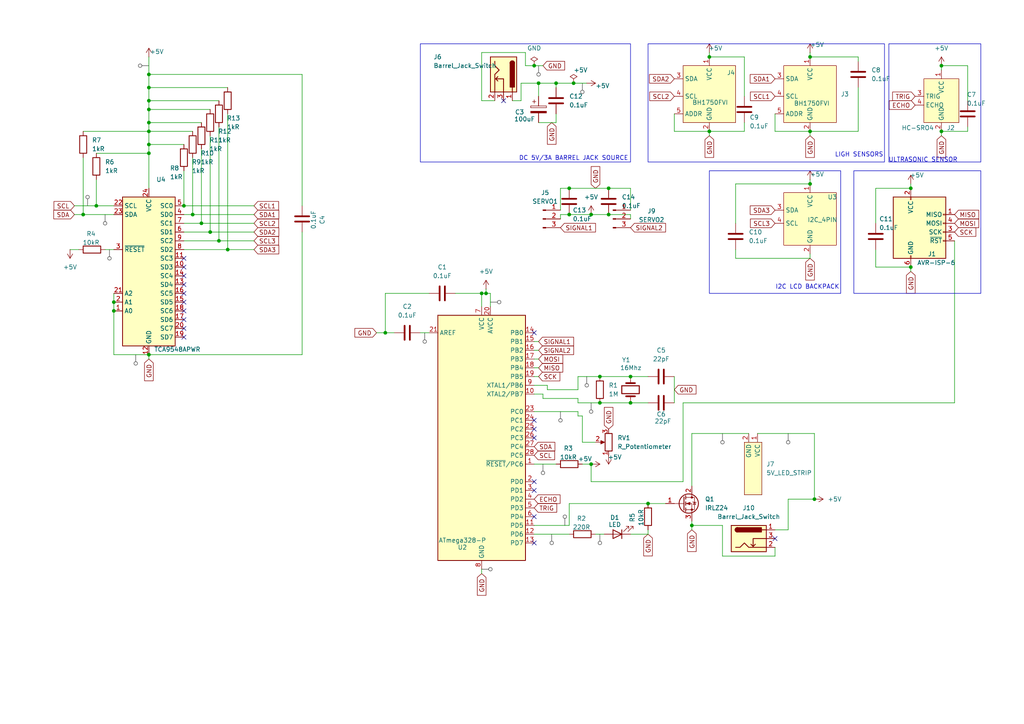
<source format=kicad_sch>
(kicad_sch (version 20250114) (generator "eeschema") (generator_version "9.0")
  (paper "A4")
  (lib_symbols
    (symbol "BH1750fvi:BH1750FVI"
      (property "Reference" "BH1750FVI" (at 5.842 -8.89 0))
      (symbol "BH1750FVI_1_1"
        (rectangle (start -7.62 8.89) (end 7.62 -7.62) (fill (type color) (color 255 255 194 1)))
        (pin bidirectional line (at -10.16 5.08 0) (length 2.54) (name "SDA") (number "3"))
        (pin bidirectional line (at -10.16 0 0) (length 2.54) (name "SCL") (number "4"))
        (pin input line (at -10.16 -5.08 0) (length 2.54) (name "ADDR") (number "5"))
        (pin power_in line (at 0 11.43 270) (length 2.54) (name "VCC") (number "1"))
        (pin power_in line (at 0 -10.16 90) (length 2.54) (name "GND") (number "2"))
      )
    )
    (symbol "Connector:AVR-ISP-6" (pin_names (offset 1.016))
      (property "Reference" "J" (at -6.35 11.43 0))
      (property "Value" "AVR-ISP-6" (at 0 11.43 0))
      (symbol "AVR-ISP-6_0_1"
        (rectangle (start -2.667 10.16) (end -2.413 9.398))
        (rectangle (start -2.667 -6.858) (end -2.413 -7.62))
        (rectangle (start 7.62 10.16) (end -7.62 -7.62) (stroke (width 0.254)) (fill (type background)))
        (rectangle (start 7.62 5.207) (end 6.858 4.953))
        (rectangle (start 7.62 2.667) (end 6.858 2.413))
        (rectangle (start 7.62 0.127) (end 6.858 -0.127))
        (rectangle (start 7.62 -2.413) (end 6.858 -2.667))
      )
      (symbol "AVR-ISP-6_1_1"
        (pin passive line (at -2.54 12.7 270) (length 2.54) (name "VCC") (number "2"))
        (pin passive line (at -2.54 -10.16 90) (length 2.54) (name "GND") (number "6"))
        (pin passive line (at 10.16 5.08 180) (length 2.54) (name "MISO") (number "1"))
        (pin passive line (at 10.16 2.54 180) (length 2.54) (name "MOSI") (number "4"))
        (pin passive line (at 10.16 0 180) (length 2.54) (name "SCK") (number "3"))
        (pin passive line (at 10.16 -2.54 180) (length 2.54) (name "~{RST}") (number "5"))
      )
    )
    (symbol "Connector:Barrel_Jack_Switch" (pin_names (hide yes))
      (property "Reference" "J" (at 0 5.334 0))
      (property "Value" "Barrel_Jack_Switch" (at 0 -5.08 0))
      (symbol "Barrel_Jack_Switch_0_1"
        (rectangle (start -5.08 3.81) (end 5.08 -3.81) (stroke (width 0.254)) (fill (type background)))
        (polyline (pts (xy -3.81 -2.54) (xy -2.54 -2.54) (xy -1.27 -1.27) (xy 0 -2.54) (xy 2.54 -2.54) (xy 5.08 -2.54)) (stroke (width 0.254)))
        (arc (start -3.302 1.905) (mid -3.9343 2.54) (end -3.302 3.175) (stroke (width 0.254)))
        (arc (start -3.302 1.905) (mid -3.9343 2.54) (end -3.302 3.175) (stroke (width 0.254)) (fill (type outline)))
        (polyline (pts (xy 1.27 -2.286) (xy 1.905 -1.651)) (stroke (width 0.254)))
        (rectangle (start 3.683 3.175) (end -3.302 1.905) (stroke (width 0.254)) (fill (type outline)))
        (polyline (pts (xy 5.08 2.54) (xy 3.81 2.54)) (stroke (width 0.254)))
        (polyline (pts (xy 5.08 0) (xy 1.27 0) (xy 1.27 -2.286) (xy 0.635 -1.651)) (stroke (width 0.254)))
      )
      (symbol "Barrel_Jack_Switch_1_1"
        (pin passive line (at 7.62 2.54 180) (length 2.54) (name "~") (number "1"))
        (pin passive line (at 7.62 0 180) (length 2.54) (name "~") (number "3"))
        (pin passive line (at 7.62 -2.54 180) (length 2.54) (name "~") (number "2"))
      )
    )
    (symbol "Connector:Conn_01x03_Pin" (pin_names (offset 1.016) (hide yes))
      (property "Reference" "J" (at 0 5.08 0))
      (property "Value" "Conn_01x03_Pin" (at 0 -5.08 0))
      (symbol "Conn_01x03_Pin_1_1"
        (rectangle (start 0.8636 2.667) (end 0 2.413) (stroke (width 0.1524)) (fill (type outline)))
        (rectangle (start 0.8636 0.127) (end 0 -0.127) (stroke (width 0.1524)) (fill (type outline)))
        (rectangle (start 0.8636 -2.413) (end 0 -2.667) (stroke (width 0.1524)) (fill (type outline)))
        (polyline (pts (xy 1.27 2.54) (xy 0.8636 2.54)) (stroke (width 0.1524)))
        (polyline (pts (xy 1.27 0) (xy 0.8636 0)) (stroke (width 0.1524)))
        (polyline (pts (xy 1.27 -2.54) (xy 0.8636 -2.54)) (stroke (width 0.1524)))
        (pin passive line (at 5.08 2.54 180) (length 3.81) (name "Pin_1") (number "1"))
        (pin passive line (at 5.08 0 180) (length 3.81) (name "Pin_2") (number "2"))
        (pin passive line (at 5.08 -2.54 180) (length 3.81) (name "Pin_3") (number "3"))
      )
    )
    (symbol "Device:C" (pin_numbers (hide yes)) (pin_names (offset 0.254))
      (property "Reference" "C" (at 0.635 2.54 0))
      (property "Value" "C" (at 0.635 -2.54 0))
      (symbol "C_0_1"
        (polyline (pts (xy -2.032 0.762) (xy 2.032 0.762)) (stroke (width 0.508)))
        (polyline (pts (xy -2.032 -0.762) (xy 2.032 -0.762)) (stroke (width 0.508)))
      )
      (symbol "C_1_1"
        (pin passive line (at 0 3.81 270) (length 2.794) (name "~") (number "1"))
        (pin passive line (at 0 -3.81 90) (length 2.794) (name "~") (number "2"))
      )
    )
    (symbol "Device:C_Polarized" (pin_numbers (hide yes)) (pin_names (offset 0.254))
      (property "Reference" "C" (at 0.635 2.54 0))
      (property "Value" "C_Polarized" (at 0.635 -2.54 0))
      (symbol "C_Polarized_0_1"
        (rectangle (start -2.286 0.508) (end 2.286 1.016))
        (polyline (pts (xy -1.778 2.286) (xy -0.762 2.286)))
        (polyline (pts (xy -1.27 2.794) (xy -1.27 1.778)))
        (rectangle (start 2.286 -0.508) (end -2.286 -1.016) (fill (type outline)))
      )
      (symbol "C_Polarized_1_1"
        (pin passive line (at 0 3.81 270) (length 2.794) (name "~") (number "1"))
        (pin passive line (at 0 -3.81 90) (length 2.794) (name "~") (number "2"))
      )
    )
    (symbol "Device:Crystal" (pin_numbers (hide yes)) (pin_names (offset 1.016) (hide yes))
      (property "Reference" "Y" (at 0 3.81 0))
      (property "Value" "Crystal" (at 0 -3.81 0))
      (symbol "Crystal_0_1"
        (polyline (pts (xy -2.54 0) (xy -1.905 0)))
        (polyline (pts (xy -1.905 -1.27) (xy -1.905 1.27)) (stroke (width 0.508)))
        (rectangle (start -1.143 2.54) (end 1.143 -2.54) (stroke (width 0.3048)))
        (polyline (pts (xy 1.905 -1.27) (xy 1.905 1.27)) (stroke (width 0.508)))
        (polyline (pts (xy 2.54 0) (xy 1.905 0)))
      )
      (symbol "Crystal_1_1"
        (pin passive line (at -3.81 0 0) (length 1.27) (name "1") (number "1"))
        (pin passive line (at 3.81 0 180) (length 1.27) (name "2") (number "2"))
      )
    )
    (symbol "Device:LED" (pin_numbers (hide yes)) (pin_names (offset 1.016) (hide yes))
      (property "Reference" "D" (at 0 2.54 0))
      (property "Value" "LED" (at 0 -2.54 0))
      (symbol "LED_0_1"
        (polyline (pts (xy -3.048 -0.762) (xy -4.572 -2.286) (xy -3.81 -2.286) (xy -4.572 -2.286) (xy -4.572 -1.524)))
        (polyline (pts (xy -1.778 -0.762) (xy -3.302 -2.286) (xy -2.54 -2.286) (xy -3.302 -2.286) (xy -3.302 -1.524)))
        (polyline (pts (xy -1.27 0) (xy 1.27 0)))
        (polyline (pts (xy -1.27 -1.27) (xy -1.27 1.27)) (stroke (width 0.254)))
        (polyline (pts (xy 1.27 -1.27) (xy 1.27 1.27) (xy -1.27 0) (xy 1.27 -1.27)) (stroke (width 0.254)))
      )
      (symbol "LED_1_1"
        (pin passive line (at -3.81 0 0) (length 2.54) (name "K") (number "1"))
        (pin passive line (at 3.81 0 180) (length 2.54) (name "A") (number "2"))
      )
    )
    (symbol "Device:R" (pin_numbers (hide yes)) (pin_names (offset 0))
      (property "Reference" "R" (at 2.032 0 90))
      (property "Value" "R" (at 0 0 90))
      (symbol "R_0_1"
        (rectangle (start -1.016 -2.54) (end 1.016 2.54) (stroke (width 0.254)))
      )
      (symbol "R_1_1"
        (pin passive line (at 0 3.81 270) (length 1.27) (name "~") (number "1"))
        (pin passive line (at 0 -3.81 90) (length 1.27) (name "~") (number "2"))
      )
    )
    (symbol "Device:R_Potentiometer" (pin_names (offset 1.016) (hide yes))
      (property "Reference" "RV" (at -4.445 0 90))
      (property "Value" "R_Potentiometer" (at -2.54 0 90))
      (symbol "R_Potentiometer_0_1"
        (rectangle (start 1.016 2.54) (end -1.016 -2.54) (stroke (width 0.254)))
        (polyline (pts (xy 1.143 0) (xy 2.286 0.508) (xy 2.286 -0.508) (xy 1.143 0)) (fill (type outline)))
        (polyline (pts (xy 2.54 0) (xy 1.524 0)))
      )
      (symbol "R_Potentiometer_1_1"
        (pin passive line (at 0 3.81 270) (length 1.27) (name "1") (number "1"))
        (pin passive line (at 0 -3.81 90) (length 1.27) (name "3") (number "3"))
        (pin passive line (at 3.81 0 180) (length 1.27) (name "2") (number "2"))
      )
    )
    (symbol "Interface_Expansion:TCA9548APWR"
      (property "Reference" "U" (at -7.62 21.59 0))
      (property "Value" "TCA9548APWR" (at 1.016 21.59 0))
      (symbol "TCA9548APWR_0_1"
        (rectangle (start -7.62 20.32) (end 7.62 -22.86) (stroke (width 0.254)) (fill (type background)))
      )
      (symbol "TCA9548APWR_1_1"
        (pin input line (at -10.16 17.78 0) (length 2.54) (name "SCL") (number "22"))
        (pin bidirectional line (at -10.16 15.24 0) (length 2.54) (name "SDA") (number "23"))
        (pin input line (at -10.16 5.08 0) (length 2.54) (name "~{RESET}") (number "3"))
        (pin input line (at -10.16 -7.62 0) (length 2.54) (name "A2") (number "21"))
        (pin input line (at -10.16 -10.16 0) (length 2.54) (name "A1") (number "2"))
        (pin input line (at -10.16 -12.7 0) (length 2.54) (name "A0") (number "1"))
        (pin power_in line (at 0 22.86 270) (length 2.54) (name "VCC") (number "24"))
        (pin power_in line (at 0 -25.4 90) (length 2.54) (name "GND") (number "12"))
        (pin output line (at 10.16 17.78 180) (length 2.54) (name "SC0") (number "5"))
        (pin bidirectional line (at 10.16 15.24 180) (length 2.54) (name "SD0") (number "4"))
        (pin output line (at 10.16 12.7 180) (length 2.54) (name "SC1") (number "7"))
        (pin bidirectional line (at 10.16 10.16 180) (length 2.54) (name "SD1") (number "6"))
        (pin output line (at 10.16 7.62 180) (length 2.54) (name "SC2") (number "9"))
        (pin bidirectional line (at 10.16 5.08 180) (length 2.54) (name "SD2") (number "8"))
        (pin output line (at 10.16 2.54 180) (length 2.54) (name "SC3") (number "11"))
        (pin bidirectional line (at 10.16 0 180) (length 2.54) (name "SD3") (number "10"))
        (pin output line (at 10.16 -2.54 180) (length 2.54) (name "SC4") (number "14"))
        (pin bidirectional line (at 10.16 -5.08 180) (length 2.54) (name "SD4") (number "13"))
        (pin output line (at 10.16 -7.62 180) (length 2.54) (name "SC5") (number "16"))
        (pin bidirectional line (at 10.16 -10.16 180) (length 2.54) (name "SD5") (number "15"))
        (pin output line (at 10.16 -12.7 180) (length 2.54) (name "SC6") (number "18"))
        (pin bidirectional line (at 10.16 -15.24 180) (length 2.54) (name "SD6") (number "17"))
        (pin output line (at 10.16 -17.78 180) (length 2.54) (name "SC7") (number "20"))
        (pin bidirectional line (at 10.16 -20.32 180) (length 2.54) (name "SD7") (number "19"))
      )
    )
    (symbol "LED_5V_STRIP:5V_STRIP"
      (property "Reference" "J" (at 0 0 0))
      (property "Value" "5V_LED_STRIP" (at 2.286 -3.556 0))
      (symbol "5V_STRIP_1_1"
        (rectangle (start -7.62 2.54) (end 7.62 -2.54) (fill (type color) (color 255 255 194 1)))
        (pin input line (at -10.16 1.27 0) (length 2.54) (name "VCC") (number "1"))
        (pin input line (at -10.16 -1.27 0) (length 2.54) (name "GND") (number "2"))
      )
    )
    (symbol "MCU_Microchip_ATmega:ATmega328-P"
      (property "Reference" "U" (at -12.7 36.83 0))
      (property "Value" "ATmega328-P" (at 2.54 -36.83 0))
      (symbol "ATmega328-P_0_1"
        (rectangle (start -12.7 -35.56) (end 12.7 35.56) (stroke (width 0.254)) (fill (type background)))
      )
      (symbol "ATmega328-P_1_1"
        (pin passive line (at -15.24 30.48 0) (length 2.54) (name "AREF") (number "21"))
        (pin power_in line (at 0 38.1 270) (length 2.54) (name "VCC") (number "7"))
        (pin passive line (at 0 -38.1 90) (length 2.54) (hide yes) (name "GND") (number "22"))
        (pin power_in line (at 0 -38.1 90) (length 2.54) (name "GND") (number "8"))
        (pin power_in line (at 2.54 38.1 270) (length 2.54) (name "AVCC") (number "20"))
        (pin bidirectional line (at 15.24 30.48 180) (length 2.54) (name "PB0") (number "14"))
        (pin bidirectional line (at 15.24 27.94 180) (length 2.54) (name "PB1") (number "15"))
        (pin bidirectional line (at 15.24 25.4 180) (length 2.54) (name "PB2") (number "16"))
        (pin bidirectional line (at 15.24 22.86 180) (length 2.54) (name "PB3") (number "17"))
        (pin bidirectional line (at 15.24 20.32 180) (length 2.54) (name "PB4") (number "18"))
        (pin bidirectional line (at 15.24 17.78 180) (length 2.54) (name "PB5") (number "19"))
        (pin bidirectional line (at 15.24 15.24 180) (length 2.54) (name "XTAL1/PB6") (number "9"))
        (pin bidirectional line (at 15.24 12.7 180) (length 2.54) (name "XTAL2/PB7") (number "10"))
        (pin bidirectional line (at 15.24 7.62 180) (length 2.54) (name "PC0") (number "23"))
        (pin bidirectional line (at 15.24 5.08 180) (length 2.54) (name "PC1") (number "24"))
        (pin bidirectional line (at 15.24 2.54 180) (length 2.54) (name "PC2") (number "25"))
        (pin bidirectional line (at 15.24 0 180) (length 2.54) (name "PC3") (number "26"))
        (pin bidirectional line (at 15.24 -2.54 180) (length 2.54) (name "PC4") (number "27"))
        (pin bidirectional line (at 15.24 -5.08 180) (length 2.54) (name "PC5") (number "28"))
        (pin bidirectional line (at 15.24 -7.62 180) (length 2.54) (name "~{RESET}/PC6") (number "1"))
        (pin bidirectional line (at 15.24 -12.7 180) (length 2.54) (name "PD0") (number "2"))
        (pin bidirectional line (at 15.24 -15.24 180) (length 2.54) (name "PD1") (number "3"))
        (pin bidirectional line (at 15.24 -17.78 180) (length 2.54) (name "PD2") (number "4"))
        (pin bidirectional line (at 15.24 -20.32 180) (length 2.54) (name "PD3") (number "5"))
        (pin bidirectional line (at 15.24 -22.86 180) (length 2.54) (name "PD4") (number "6"))
        (pin bidirectional line (at 15.24 -25.4 180) (length 2.54) (name "PD5") (number "11"))
        (pin bidirectional line (at 15.24 -27.94 180) (length 2.54) (name "PD6") (number "12"))
        (pin bidirectional line (at 15.24 -30.48 180) (length 2.54) (name "PD7") (number "13"))
      )
    )
    (symbol "Sonic:HC-SR04"
      (property "Reference" "HC-SRO4" (at 10.16 -7.874 0))
      (symbol "HC-SR04_1_1"
        (rectangle (start -5.08 6.35) (end 5.08 -6.35) (fill (type color) (color 255 255 194 1)))
        (pin input line (at -7.62 1.27 0) (length 2.54) (name "TRIG") (number "3"))
        (pin output line (at -7.62 -1.27 0) (length 2.54) (name "ECHO") (number "4"))
        (pin power_in line (at 0 8.89 270) (length 2.54) (name "VCC") (number "1"))
        (pin power_in line (at 0 -8.89 90) (length 2.54) (name "GND") (number "2"))
      )
    )
    (symbol "Transistor_FET:IRLZ24" (pin_names (hide yes))
      (property "Reference" "Q" (at 5.08 1.905 0))
      (property "Value" "IRLZ24" (at 5.08 0 0))
      (symbol "IRLZ24_0_1"
        (polyline (pts (xy 0.254 1.905) (xy 0.254 -1.905)) (stroke (width 0.254)))
        (polyline (pts (xy 0.254 0) (xy -2.54 0)))
        (polyline (pts (xy 0.762 2.286) (xy 0.762 1.27)) (stroke (width 0.254)))
        (polyline (pts (xy 0.762 0.508) (xy 0.762 -0.508)) (stroke (width 0.254)))
        (polyline (pts (xy 0.762 -1.27) (xy 0.762 -2.286)) (stroke (width 0.254)))
        (polyline (pts (xy 0.762 -1.778) (xy 3.302 -1.778) (xy 3.302 1.778) (xy 0.762 1.778)))
        (polyline (pts (xy 1.016 0) (xy 2.032 0.381) (xy 2.032 -0.381) (xy 1.016 0)) (fill (type outline)))
        (circle (center 1.651 0) (radius 2.794) (stroke (width 0.254)))
        (polyline (pts (xy 2.54 2.54) (xy 2.54 1.778)))
        (circle (center 2.54 1.778) (radius 0.254) (fill (type outline)))
        (circle (center 2.54 -1.778) (radius 0.254) (fill (type outline)))
        (polyline (pts (xy 2.54 -2.54) (xy 2.54 0) (xy 0.762 0)))
        (polyline (pts (xy 2.794 0.508) (xy 2.921 0.381) (xy 3.683 0.381) (xy 3.81 0.254)))
        (polyline (pts (xy 3.302 0.381) (xy 2.921 -0.254) (xy 3.683 -0.254) (xy 3.302 0.381)))
      )
      (symbol "IRLZ24_1_1"
        (pin input line (at -5.08 0 0) (length 2.54) (name "G") (number "1"))
        (pin passive line (at 2.54 5.08 270) (length 2.54) (name "D") (number "2"))
        (pin passive line (at 2.54 -5.08 90) (length 2.54) (name "S") (number "3"))
      )
    )
    (symbol "lcd1602A:I2C_PCF8574_4PIN"
      (property "Reference" "U" (at 0 0 0))
      (property "Value" "I2C_4PIN" (at 0 0 0))
      (symbol "I2C_PCF8574_4PIN_1_1"
        (rectangle (start -7.62 7.62) (end 7.62 -7.62) (fill (type color) (color 255 255 194 1)))
        (pin passive line (at -10.16 2.54 0) (length 2.54) (name "SDA") (number "3"))
        (pin passive line (at -10.16 -1.27 0) (length 2.54) (name "SCL") (number "4"))
        (pin power_in line (at 0 10.16 270) (length 2.54) (name "VCC") (number "1"))
        (pin power_in line (at 0 -10.16 90) (length 2.54) (name "GND") (number "2"))
      )
    )
    (symbol "power:+5V" (power) (pin_numbers (hide yes)) (pin_names (offset 0) (hide yes))
      (property "Value" "+5V" (at 0 3.556 0))
      (symbol "+5V_0_1"
        (polyline (pts (xy -0.762 1.27) (xy 0 2.54)))
        (polyline (pts (xy 0 2.54) (xy 0.762 1.27)))
        (polyline (pts (xy 0 0) (xy 0 2.54)))
      )
      (symbol "+5V_1_1"
        (pin power_in line (at 0 0 90) (length 0) (name "~") (number "1"))
      )
    )
    (symbol "power:PWR_FLAG" (power) (pin_numbers (hide yes)) (pin_names (offset 0) (hide yes))
      (property "Value" "PWR_FLAG" (at 0 3.81 0))
      (symbol "PWR_FLAG_0_0"
        (pin power_out line (at 0 0 90) (length 0) (name "~") (number "1"))
      )
      (symbol "PWR_FLAG_0_1"
        (polyline (pts (xy 0 0) (xy 0 1.27) (xy -1.016 1.905) (xy 0 2.54) (xy 1.016 1.905) (xy 0 1.27)))
      )
    )
  )
  (rectangle (start 247.65 49.53) (end 284.48 85.09))
  (rectangle (start 121.92 12.7) (end 182.88 46.99))
  (rectangle (start 257.81 12.7) (end 284.48 46.99))
  (rectangle (start 205.74 49.53) (end 243.84 85.09))
  (rectangle (start 187.96 12.7) (end 256.54 46.99))
  (text "LIGH SENSORS\n" (at 249.174 44.958 0) (effects (font (size 1.27 1.27))))
  (text "ULTRASONIC SENSOR\n\n" (at 267.716 47.498 0) (effects (font (size 1.27 1.27))))
  (text "I2C LCD BACKPACK\n" (at 234.188 83.312 0) (effects (font (size 1.27 1.27))))
  (text "DC 5V/3A BARREL JACK SOURCE\n" (at 166.37 45.974 0) (effects (font (size 1.27 1.27))))
  (junction (at 236.22 144.78))
  (junction (at 161.29 24.13))
  (junction (at 187.96 146.05))
  (junction (at 200.66 152.4))
  (junction (at 234.95 53.34))
  (junction (at 166.37 24.13))
  (junction (at 33.02 87.63))
  (junction (at 205.74 38.1))
  (junction (at 27.94 59.69))
  (junction (at 182.88 116.84))
  (junction (at 165.1 62.23))
  (junction (at 154.94 19.05))
  (junction (at 43.18 25.4))
  (junction (at 55.88 62.23))
  (junction (at 53.34 59.69))
  (junction (at 43.18 38.1))
  (junction (at 43.18 31.75))
  (junction (at 140.97 85.09))
  (junction (at 43.18 35.56))
  (junction (at 139.7 85.09))
  (junction (at 171.45 134.62))
  (junction (at 60.96 67.31))
  (junction (at 273.05 19.05))
  (junction (at 176.53 62.23))
  (junction (at 111.76 96.52))
  (junction (at 171.45 62.23))
  (junction (at 182.88 109.22))
  (junction (at 43.18 29.21))
  (junction (at 43.18 102.87))
  (junction (at 273.05 38.1))
  (junction (at 234.95 16.51))
  (junction (at 43.18 41.91))
  (junction (at 264.16 77.47))
  (junction (at 63.5 69.85))
  (junction (at 156.21 24.13))
  (junction (at 33.02 90.17))
  (junction (at 264.16 54.61))
  (junction (at 173.99 109.22))
  (junction (at 173.99 116.84))
  (junction (at 176.53 54.61))
  (junction (at 165.1 54.61))
  (junction (at 43.18 21.59))
  (junction (at 24.13 62.23))
  (junction (at 58.42 64.77))
  (junction (at 43.18 44.45))
  (junction (at 205.74 16.51))
  (junction (at 66.04 72.39))
  (junction (at 234.95 38.1))
  (no_connect (at 53.34 92.71))
  (no_connect (at 146.05 29.21))
  (no_connect (at 53.34 74.93))
  (no_connect (at 154.94 127))
  (no_connect (at 224.79 156.21))
  (no_connect (at 53.34 87.63))
  (no_connect (at 53.34 90.17))
  (no_connect (at 53.34 80.01))
  (no_connect (at 154.94 121.92))
  (no_connect (at 53.34 97.79))
  (no_connect (at 53.34 77.47))
  (no_connect (at 154.94 142.24))
  (no_connect (at 154.94 149.86))
  (no_connect (at 154.94 157.48))
  (no_connect (at 53.34 82.55))
  (no_connect (at 154.94 124.46))
  (no_connect (at 154.94 139.7))
  (no_connect (at 53.34 95.25))
  (no_connect (at 154.94 96.52))
  (no_connect (at 53.34 85.09))
  (wire (pts (xy 234.95 38.1) (xy 248.92 38.1)))
  (wire (pts (xy 171.45 62.23) (xy 165.1 62.23)))
  (wire (pts (xy 43.18 31.75) (xy 43.18 35.56)))
  (wire (pts (xy 200.66 151.13) (xy 200.66 152.4)))
  (wire (pts (xy 73.66 69.85) (xy 63.5 69.85)))
  (wire (pts (xy 132.08 85.09) (xy 139.7 85.09)))
  (wire (pts (xy 156.21 99.06) (xy 154.94 99.06)))
  (wire (pts (xy 139.7 85.09) (xy 140.97 85.09)))
  (wire (pts (xy 182.88 62.23) (xy 176.53 62.23)))
  (wire (pts (xy 236.22 125.73) (xy 236.22 144.78)))
  (wire (pts (xy 156.21 109.22) (xy 154.94 109.22)))
  (wire (pts (xy 142.24 85.09) (xy 142.24 88.9)))
  (wire (pts (xy 234.95 16.51) (xy 248.92 16.51)))
  (wire (pts (xy 205.74 39.37) (xy 205.74 38.1)))
  (wire (pts (xy 198.12 139.7) (xy 198.12 116.84)))
  (wire (pts (xy 87.63 21.59) (xy 87.63 59.69)))
  (wire (pts (xy 157.48 115.57) (xy 167.64 115.57)))
  (wire (pts (xy 121.92 96.52) (xy 124.46 96.52)))
  (wire (pts (xy 139.7 85.09) (xy 139.7 88.9)))
  (wire (pts (xy 24.13 62.23) (xy 33.02 62.23)))
  (wire (pts (xy 152.4 15.24) (xy 152.4 19.05)))
  (wire (pts (xy 165.1 146.05) (xy 187.96 146.05)))
  (wire (pts (xy 182.88 116.84) (xy 187.96 116.84)))
  (wire (pts (xy 200.66 152.4) (xy 209.55 152.4)))
  (wire (pts (xy 43.18 38.1) (xy 43.18 41.91)))
  (wire (pts (xy 254 77.47) (xy 264.16 77.47)))
  (wire (pts (xy 157.48 115.57) (xy 157.48 114.3)))
  (wire (pts (xy 224.79 33.02) (xy 224.79 38.1)))
  (wire (pts (xy 156.21 106.68) (xy 154.94 106.68)))
  (wire (pts (xy 63.5 69.85) (xy 53.34 69.85)))
  (wire (pts (xy 43.18 21.59) (xy 43.18 25.4)))
  (wire (pts (xy 264.16 78.74) (xy 264.16 77.47)))
  (wire (pts (xy 111.76 96.52) (xy 114.3 96.52)))
  (wire (pts (xy 43.18 44.45) (xy 43.18 54.61)))
  (wire (pts (xy 53.34 59.69) (xy 73.66 59.69)))
  (wire (pts (xy 43.18 102.87) (xy 33.02 102.87)))
  (wire (pts (xy 167.64 116.84) (xy 173.99 116.84)))
  (wire (pts (xy 213.36 53.34) (xy 234.95 53.34)))
  (wire (pts (xy 21.59 62.23) (xy 24.13 62.23)))
  (wire (pts (xy 205.74 38.1) (xy 215.9 38.1)))
  (wire (pts (xy 53.34 64.77) (xy 58.42 64.77)))
  (wire (pts (xy 172.72 154.94) (xy 175.26 154.94)))
  (wire (pts (xy 60.96 39.37) (xy 60.96 67.31)))
  (wire (pts (xy 248.92 25.4) (xy 248.92 38.1)))
  (wire (pts (xy 24.13 45.72) (xy 24.13 62.23)))
  (wire (pts (xy 165.1 62.23) (xy 162.56 62.23)))
  (wire (pts (xy 30.48 72.39) (xy 33.02 72.39)))
  (wire (pts (xy 58.42 35.56) (xy 43.18 35.56)))
  (wire (pts (xy 157.48 19.05) (xy 154.94 19.05)))
  (wire (pts (xy 205.74 15.24) (xy 205.74 16.51)))
  (wire (pts (xy 33.02 85.09) (xy 33.02 87.63)))
  (wire (pts (xy 156.21 104.14) (xy 154.94 104.14)))
  (wire (pts (xy 43.18 29.21) (xy 63.5 29.21)))
  (wire (pts (xy 215.9 27.94) (xy 215.9 16.51)))
  (wire (pts (xy 53.34 72.39) (xy 66.04 72.39)))
  (wire (pts (xy 58.42 43.18) (xy 58.42 64.77)))
  (wire (pts (xy 171.45 134.62) (xy 171.45 139.7)))
  (wire (pts (xy 27.94 44.45) (xy 43.18 44.45)))
  (wire (pts (xy 167.64 113.03) (xy 167.64 109.22)))
  (wire (pts (xy 273.05 38.1) (xy 280.67 38.1)))
  (wire (pts (xy 234.95 52.07) (xy 234.95 53.34)))
  (wire (pts (xy 43.18 21.59) (xy 87.63 21.59)))
  (wire (pts (xy 154.94 134.62) (xy 161.29 134.62)))
  (wire (pts (xy 173.99 109.22) (xy 182.88 109.22)))
  (wire (pts (xy 165.1 154.94) (xy 154.94 154.94)))
  (wire (pts (xy 161.29 24.13) (xy 161.29 25.4)))
  (wire (pts (xy 167.64 120.65) (xy 167.64 119.38)))
  (wire (pts (xy 273.05 19.05) (xy 273.05 20.32)))
  (wire (pts (xy 124.46 85.09) (xy 111.76 85.09)))
  (wire (pts (xy 173.99 116.84) (xy 182.88 116.84)))
  (wire (pts (xy 276.86 69.85) (xy 276.86 116.84)))
  (wire (pts (xy 254 72.39) (xy 254 77.47)))
  (wire (pts (xy 167.64 119.38) (xy 154.94 119.38)))
  (wire (pts (xy 217.17 125.73) (xy 200.66 125.73)))
  (wire (pts (xy 168.91 120.65) (xy 168.91 128.27)))
  (wire (pts (xy 87.63 102.87) (xy 87.63 67.31)))
  (wire (pts (xy 158.75 111.76) (xy 154.94 111.76)))
  (wire (pts (xy 33.02 87.63) (xy 33.02 90.17)))
  (wire (pts (xy 200.66 152.4) (xy 200.66 153.67)))
  (wire (pts (xy 162.56 54.61) (xy 162.56 60.96)))
  (wire (pts (xy 195.58 109.22) (xy 195.58 116.84)))
  (wire (pts (xy 43.18 16.51) (xy 43.18 21.59)))
  (wire (pts (xy 165.1 152.4) (xy 165.1 146.05)))
  (wire (pts (xy 43.18 35.56) (xy 43.18 38.1)))
  (wire (pts (xy 224.79 38.1) (xy 234.95 38.1)))
  (wire (pts (xy 182.88 63.5) (xy 182.88 62.23)))
  (wire (pts (xy 154.94 152.4) (xy 165.1 152.4)))
  (wire (pts (xy 213.36 64.77) (xy 213.36 53.34)))
  (wire (pts (xy 53.34 67.31) (xy 60.96 67.31)))
  (wire (pts (xy 156.21 24.13) (xy 161.29 24.13)))
  (wire (pts (xy 43.18 41.91) (xy 53.34 41.91)))
  (wire (pts (xy 43.18 104.14) (xy 43.18 102.87)))
  (wire (pts (xy 187.96 154.94) (xy 182.88 154.94)))
  (wire (pts (xy 234.95 74.93) (xy 234.95 73.66)))
  (wire (pts (xy 280.67 36.83) (xy 280.67 38.1)))
  (wire (pts (xy 43.18 25.4) (xy 43.18 29.21)))
  (wire (pts (xy 53.34 62.23) (xy 55.88 62.23)))
  (wire (pts (xy 156.21 35.56) (xy 161.29 35.56)))
  (wire (pts (xy 43.18 31.75) (xy 60.96 31.75)))
  (wire (pts (xy 140.97 83.82) (xy 140.97 85.09)))
  (wire (pts (xy 264.16 53.34) (xy 264.16 54.61)))
  (wire (pts (xy 280.67 19.05) (xy 280.67 29.21)))
  (wire (pts (xy 20.32 72.39) (xy 22.86 72.39)))
  (wire (pts (xy 139.7 166.37) (xy 139.7 165.1)))
  (wire (pts (xy 176.53 54.61) (xy 182.88 54.61)))
  (wire (pts (xy 236.22 144.78) (xy 228.6 144.78)))
  (wire (pts (xy 139.7 29.21) (xy 139.7 15.24)))
  (wire (pts (xy 200.66 125.73) (xy 200.66 140.97)))
  (wire (pts (xy 264.16 54.61) (xy 254 54.61)))
  (wire (pts (xy 111.76 85.09) (xy 111.76 96.52)))
  (wire (pts (xy 171.45 139.7) (xy 198.12 139.7)))
  (wire (pts (xy 158.75 113.03) (xy 158.75 111.76)))
  (wire (pts (xy 209.55 152.4) (xy 209.55 161.29)))
  (wire (pts (xy 215.9 35.56) (xy 215.9 38.1)))
  (wire (pts (xy 161.29 33.02) (xy 161.29 35.56)))
  (wire (pts (xy 168.91 128.27) (xy 172.72 128.27)))
  (wire (pts (xy 167.64 120.65) (xy 168.91 120.65)))
  (wire (pts (xy 213.36 72.39) (xy 213.36 74.93)))
  (wire (pts (xy 156.21 24.13) (xy 156.21 27.94)))
  (wire (pts (xy 43.18 38.1) (xy 55.88 38.1)))
  (wire (pts (xy 58.42 64.77) (xy 73.66 64.77)))
  (wire (pts (xy 166.37 24.13) (xy 170.18 24.13)))
  (wire (pts (xy 224.79 153.67) (xy 228.6 153.67)))
  (wire (pts (xy 182.88 109.22) (xy 187.96 109.22)))
  (wire (pts (xy 234.95 39.37) (xy 234.95 38.1)))
  (wire (pts (xy 215.9 16.51) (xy 205.74 16.51)))
  (wire (pts (xy 168.91 134.62) (xy 171.45 134.62)))
  (wire (pts (xy 273.05 39.37) (xy 273.05 38.1)))
  (wire (pts (xy 162.56 54.61) (xy 165.1 54.61)))
  (wire (pts (xy 273.05 19.05) (xy 280.67 19.05)))
  (wire (pts (xy 43.18 102.87) (xy 87.63 102.87)))
  (wire (pts (xy 140.97 85.09) (xy 142.24 85.09)))
  (wire (pts (xy 53.34 49.53) (xy 53.34 59.69)))
  (wire (pts (xy 156.21 24.13) (xy 151.13 24.13)))
  (wire (pts (xy 43.18 41.91) (xy 43.18 44.45)))
  (wire (pts (xy 21.59 59.69) (xy 27.94 59.69)))
  (wire (pts (xy 167.64 109.22) (xy 173.99 109.22)))
  (wire (pts (xy 33.02 102.87) (xy 33.02 90.17)))
  (wire (pts (xy 139.7 15.24) (xy 152.4 15.24)))
  (wire (pts (xy 66.04 33.02) (xy 66.04 72.39)))
  (wire (pts (xy 228.6 153.67) (xy 228.6 144.78)))
  (wire (pts (xy 224.79 161.29) (xy 224.79 158.75)))
  (wire (pts (xy 151.13 29.21) (xy 148.59 29.21)))
  (wire (pts (xy 161.29 24.13) (xy 166.37 24.13)))
  (wire (pts (xy 151.13 24.13) (xy 151.13 29.21)))
  (wire (pts (xy 187.96 153.67) (xy 187.96 154.94)))
  (wire (pts (xy 55.88 45.72) (xy 55.88 62.23)))
  (wire (pts (xy 165.1 54.61) (xy 176.53 54.61)))
  (wire (pts (xy 109.22 96.52) (xy 111.76 96.52)))
  (wire (pts (xy 195.58 38.1) (xy 205.74 38.1)))
  (wire (pts (xy 162.56 62.23) (xy 162.56 63.5)))
  (wire (pts (xy 143.51 29.21) (xy 139.7 29.21)))
  (wire (pts (xy 60.96 67.31) (xy 73.66 67.31)))
  (wire (pts (xy 195.58 33.02) (xy 195.58 38.1)))
  (wire (pts (xy 234.95 74.93) (xy 213.36 74.93)))
  (wire (pts (xy 248.92 16.51) (xy 248.92 17.78)))
  (wire (pts (xy 158.75 113.03) (xy 167.64 113.03)))
  (wire (pts (xy 27.94 52.07) (xy 27.94 59.69)))
  (wire (pts (xy 209.55 161.29) (xy 224.79 161.29)))
  (wire (pts (xy 152.4 19.05) (xy 154.94 19.05)))
  (wire (pts (xy 198.12 116.84) (xy 276.86 116.84)))
  (wire (pts (xy 156.21 101.6) (xy 154.94 101.6)))
  (wire (pts (xy 187.96 146.05) (xy 193.04 146.05)))
  (wire (pts (xy 63.5 36.83) (xy 63.5 69.85)))
  (wire (pts (xy 254 54.61) (xy 254 64.77)))
  (wire (pts (xy 66.04 72.39) (xy 73.66 72.39)))
  (wire (pts (xy 55.88 62.23) (xy 73.66 62.23)))
  (wire (pts (xy 167.64 116.84) (xy 167.64 115.57)))
  (wire (pts (xy 24.13 38.1) (xy 43.18 38.1)))
  (wire (pts (xy 219.71 125.73) (xy 236.22 125.73)))
  (wire (pts (xy 43.18 25.4) (xy 66.04 25.4)))
  (wire (pts (xy 43.18 29.21) (xy 43.18 31.75)))
  (wire (pts (xy 157.48 114.3) (xy 154.94 114.3)))
  (wire (pts (xy 27.94 59.69) (xy 33.02 59.69)))
  (wire (pts (xy 176.53 62.23) (xy 171.45 62.23)))
  (wire (pts (xy 182.88 60.96) (xy 182.88 54.61)))
  (wire (pts (xy 234.95 15.24) (xy 234.95 16.51)))
  (global_label "MOSI" (shape input) (at 276.86 64.77 0) (property "Intersheetrefs" "${INTERSHEET_REFS}" (effects (hide yes))))
  (global_label "SCL1" (shape input) (at 224.79 27.94 180) (property "Intersheetrefs" "${INTERSHEET_REFS}" (effects (hide yes))))
  (global_label "GND" (shape input) (at 160.02 35.56 270) (property "Intersheetrefs" "${INTERSHEET_REFS}" (effects (hide yes))))
  (global_label "GND" (shape input) (at 234.95 39.37 270) (property "Intersheetrefs" "${INTERSHEET_REFS}" (effects (hide yes))))
  (global_label "GND" (shape input) (at 172.72 54.61 90) (property "Intersheetrefs" "${INTERSHEET_REFS}" (effects (hide yes))))
  (global_label "GND" (shape input) (at 264.16 78.74 270) (property "Intersheetrefs" "${INTERSHEET_REFS}" (effects (hide yes))))
  (global_label "GND" (shape input) (at 109.22 96.52 180) (property "Intersheetrefs" "${INTERSHEET_REFS}" (effects (hide yes))))
  (global_label "SCL1" (shape input) (at 73.66 59.69 0) (property "Intersheetrefs" "${INTERSHEET_REFS}" (effects (hide yes))))
  (global_label "MOSI" (shape input) (at 156.21 104.14 0) (property "Intersheetrefs" "${INTERSHEET_REFS}" (effects (hide yes))))
  (global_label "SCL3" (shape input) (at 73.66 69.85 0) (property "Intersheetrefs" "${INTERSHEET_REFS}" (effects (hide yes))))
  (global_label "GND" (shape input) (at 157.48 19.05 0) (property "Intersheetrefs" "${INTERSHEET_REFS}" (effects (hide yes))))
  (global_label "SIGNAL2" (shape input) (at 156.21 101.6 0) (property "Intersheetrefs" "${INTERSHEET_REFS}" (effects (hide yes))))
  (global_label "GND" (shape input) (at 176.53 124.46 90) (property "Intersheetrefs" "${INTERSHEET_REFS}" (effects (hide yes))))
  (global_label "SCL3" (shape input) (at 224.79 64.77 180) (property "Intersheetrefs" "${INTERSHEET_REFS}" (effects (hide yes))))
  (global_label "GND" (shape input) (at 187.96 154.94 270) (property "Intersheetrefs" "${INTERSHEET_REFS}" (effects (hide yes))))
  (global_label "GND" (shape input) (at 195.58 113.03 0) (property "Intersheetrefs" "${INTERSHEET_REFS}" (effects (hide yes))))
  (global_label "SCK" (shape input) (at 276.86 67.31 0) (property "Intersheetrefs" "${INTERSHEET_REFS}" (effects (hide yes))))
  (global_label "GND" (shape input) (at 234.95 74.93 270) (property "Intersheetrefs" "${INTERSHEET_REFS}" (effects (hide yes))))
  (global_label "SDA" (shape input) (at 154.94 129.54 0) (property "Intersheetrefs" "${INTERSHEET_REFS}" (effects (hide yes))))
  (global_label "SDA2" (shape input) (at 195.58 22.86 180) (property "Intersheetrefs" "${INTERSHEET_REFS}" (effects (hide yes))))
  (global_label "SDA3" (shape input) (at 224.79 60.96 180) (property "Intersheetrefs" "${INTERSHEET_REFS}" (effects (hide yes))))
  (global_label "SDA" (shape input) (at 21.59 62.23 180) (property "Intersheetrefs" "${INTERSHEET_REFS}" (effects (hide yes))))
  (global_label "ECHO" (shape input) (at 265.43 30.48 180) (property "Intersheetrefs" "${INTERSHEET_REFS}" (effects (hide yes))))
  (global_label "SIGNAL1" (shape input) (at 156.21 99.06 0) (property "Intersheetrefs" "${INTERSHEET_REFS}" (effects (hide yes))))
  (global_label "TRIG" (shape input) (at 154.94 147.32 0) (property "Intersheetrefs" "${INTERSHEET_REFS}" (effects (hide yes))))
  (global_label "SDA3" (shape input) (at 73.66 72.39 0) (property "Intersheetrefs" "${INTERSHEET_REFS}" (effects (hide yes))))
  (global_label "SDA1" (shape input) (at 73.66 62.23 0) (property "Intersheetrefs" "${INTERSHEET_REFS}" (effects (hide yes))))
  (global_label "SDA1" (shape input) (at 224.79 22.86 180) (property "Intersheetrefs" "${INTERSHEET_REFS}" (effects (hide yes))))
  (global_label "GND" (shape input) (at 205.74 39.37 270) (property "Intersheetrefs" "${INTERSHEET_REFS}" (effects (hide yes))))
  (global_label "SCK" (shape input) (at 156.21 109.22 0) (property "Intersheetrefs" "${INTERSHEET_REFS}" (effects (hide yes))))
  (global_label "MISO" (shape input) (at 156.21 106.68 0) (property "Intersheetrefs" "${INTERSHEET_REFS}" (effects (hide yes))))
  (global_label "SCL2" (shape input) (at 73.66 64.77 0) (property "Intersheetrefs" "${INTERSHEET_REFS}" (effects (hide yes))))
  (global_label "TRIG" (shape input) (at 265.43 27.94 180) (property "Intersheetrefs" "${INTERSHEET_REFS}" (effects (hide yes))))
  (global_label "SCL" (shape input) (at 21.59 59.69 180) (property "Intersheetrefs" "${INTERSHEET_REFS}" (effects (hide yes))))
  (global_label "ECHO" (shape input) (at 154.94 144.78 0) (property "Intersheetrefs" "${INTERSHEET_REFS}" (effects (hide yes))))
  (global_label "SIGNAL2" (shape input) (at 182.88 66.04 0) (property "Intersheetrefs" "${INTERSHEET_REFS}" (effects (hide yes))))
  (global_label "SDA2" (shape input) (at 73.66 67.31 0) (property "Intersheetrefs" "${INTERSHEET_REFS}" (effects (hide yes))))
  (global_label "GND" (shape input) (at 139.7 166.37 270) (property "Intersheetrefs" "${INTERSHEET_REFS}" (effects (hide yes))))
  (global_label "GND" (shape input) (at 43.18 104.14 270) (property "Intersheetrefs" "${INTERSHEET_REFS}" (effects (hide yes))))
  (global_label "GND" (shape input) (at 273.05 39.37 270) (property "Intersheetrefs" "${INTERSHEET_REFS}" (effects (hide yes))))
  (global_label "SCL2" (shape input) (at 195.58 27.94 180) (property "Intersheetrefs" "${INTERSHEET_REFS}" (effects (hide yes))))
  (global_label "SIGNAL1" (shape input) (at 162.56 66.04 0) (property "Intersheetrefs" "${INTERSHEET_REFS}" (effects (hide yes))))
  (global_label "MISO" (shape input) (at 276.86 62.23 0) (property "Intersheetrefs" "${INTERSHEET_REFS}" (effects (hide yes))))
  (global_label "GND" (shape input) (at 200.66 153.67 270) (property "Intersheetrefs" "${INTERSHEET_REFS}" (effects (hide yes))))
  (global_label "SCL" (shape input) (at 154.94 132.08 0) (property "Intersheetrefs" "${INTERSHEET_REFS}" (effects (hide yes))))
  (netclass_flag "" (length 2.54) (shape round) (at 157.48 134.62 180) (property "Netclass" "Signal" (effects (hide yes))))
  (netclass_flag "" (length 2.54) (shape round) (at 209.55 125.73 180) (property "Netclass" "Power" (effects (hide yes))))
  (netclass_flag "" (length 2.54) (shape round) (at 171.45 116.84 180) (property "Netclass" "Signal" (effects (hide yes))))
  (netclass_flag "" (length 2.54) (shape round) (at 30.48 62.23 180) (property "Netclass" "Signal" (effects (hide yes))))
  (netclass_flag "" (length 2.54) (shape round) (at 173.99 154.94 180) (property "Netclass" "Signal" (effects (hide yes))))
  (netclass_flag "" (length 2.54) (shape round) (at 142.24 87.63 270) (property "Netclass" "Power" (effects (hide yes))))
  (netclass_flag "" (length 2.54) (shape round) (at 168.91 24.13 180) (property "Netclass" "Power" (effects (hide yes))))
  (netclass_flag "" (length 2.54) (shape round) (at 31.75 72.39 180) (property "Netclass" "Signal" (effects (hide yes))))
  (netclass_flag "" (length 2.54) (shape round) (at 228.6 125.73 180) (property "Netclass" "Power" (effects (hide yes))))
  (netclass_flag "" (length 2.54) (shape round) (at 160.02 154.94 180) (property "Netclass" "Signal" (effects (hide yes))))
  (netclass_flag "" (length 2.54) (shape round) (at 39.37 102.87 180) (property "Netclass" "Power" (effects (hide yes))))
  (netclass_flag "" (length 2.54) (shape round) (at 162.56 119.38 180) (property "Netclass" "Signal" (effects (hide yes))))
  (netclass_flag "" (length 2.54) (shape round) (at 123.19 96.52 180) (property "Netclass" "Power" (effects (hide yes))))
  (netclass_flag "" (length 2.54) (shape round) (at 156.21 19.05 180) (property "Netclass" "Power" (effects (hide yes))))
  (netclass_flag "" (length 2.54) (shape round) (at 43.18 19.05 90) (property "Netclass" "Power" (effects (hide yes))))
  (netclass_flag "" (length 2.54) (shape round) (at 25.4 59.69 0) (property "Netclass" "Signal" (effects (hide yes))))
  (netclass_flag "" (length 2.54) (shape round) (at 163.83 152.4 0) (property "Netclass" "Signal" (effects (hide yes))))
  (netclass_flag "" (length 2.54) (shape round) (at 139.7 165.1 270) (property "Netclass" "Power" (effects (hide yes))))
  (netclass_flag "" (length 2.54) (shape round) (at 170.18 109.22 180) (property "Netclass" "Signal" (effects (hide yes))))
  (symbol (lib_id "power:+5V") (at 176.53 132.08 180) (unit 1)
    (property "Reference" "#PWR013" (effects (hide yes)))
    (property "Value" "+5V" (at 178.308 132.588 0))
    (property "Description" "Power symbol creates a global label with name \"+5V\"" (effects (hide yes)))
  )
  (symbol (lib_id "Device:Crystal") (at 182.88 113.03 90) (unit 1)
    (property "Reference" "Y1" (at 180.34 104.394 90) (effects (justify right)))
    (property "Value" "16Mhz" (at 179.832 106.68 90) (effects (justify right)))
    (property "Footprint" "Crystal:Crystal_HC49-4H_Vertical" (effects (hide yes)))
    (property "Description" "Two pin crystal" (effects (hide yes)))
  )
  (symbol (lib_id "LED_5V_STRIP:5V_STRIP") (at 218.44 135.89 270) (unit 1) (on_board no)
    (property "Reference" "J7" (at 222.25 134.6199 90) (effects (justify left)))
    (property "Value" "5V_LED_STRIP" (at 222.25 137.1599 90) (effects (justify left)))
  )
  (symbol (lib_id "Connector:Conn_01x03_Pin") (at 157.48 63.5 0) (unit 1)
    (property "Reference" "J5" (at 158.115 55.88 0))
    (property "Value" "SERVO1" (at 158.115 58.42 0))
    (property "Footprint" "Connector_PinHeader_2.54mm:PinHeader_1x03_P2.54mm_Vertical" (effects (hide yes)))
    (property "Description" "Generic connector, single row, 01x03, script generated" (effects (hide yes)))
  )
  (symbol (lib_id "Device:C") (at 176.53 58.42 180) (unit 1)
    (property "Reference" "C14" (at 180.34 57.1499 0) (effects (justify right)))
    (property "Value" "0.1uF" (at 180.34 59.6899 0) (effects (justify right)))
    (property "Footprint" "Capacitor_THT:C_Disc_D3.0mm_W2.0mm_P2.50mm" (effects (hide yes)))
    (property "Description" "Unpolarized capacitor" (effects (hide yes)))
  )
  (symbol (lib_id "Device:C") (at 191.77 109.22 90) (unit 1)
    (property "Reference" "C5" (at 191.77 101.6 90))
    (property "Value" "22pF" (at 191.77 104.14 90))
    (property "Footprint" "Capacitor_THT:C_Disc_D3.0mm_W2.0mm_P2.50mm" (effects (hide yes)))
    (property "Description" "Unpolarized capacitor" (effects (hide yes)))
  )
  (symbol (lib_id "power:+5V") (at 171.45 134.62 270) (unit 1)
    (property "Reference" "#PWR09" (effects (hide yes)))
    (property "Value" "+5V" (at 169.672 133.096 90))
    (property "Description" "Power symbol creates a global label with name \"+5V\"" (effects (hide yes)))
  )
  (symbol (lib_id "Device:C") (at 161.29 29.21 0) (unit 1)
    (property "Reference" "C12" (at 165.1 27.9399 0) (effects (justify left)))
    (property "Value" "0.1uF" (at 165.1 30.4799 0) (effects (justify left)))
    (property "Footprint" "Capacitor_THT:C_Disc_D3.0mm_W2.0mm_P2.50mm" (effects (hide yes)))
    (property "Description" "Unpolarized capacitor" (effects (hide yes)))
  )
  (symbol (lib_id "Interface_Expansion:TCA9548APWR") (at 43.18 77.47 0) (unit 1)
    (property "Reference" "U4" (at 45.3233 52.07 0) (effects (justify left)))
    (property "Value" "TCA9548APWR" (at 44.704 101.346 0) (effects (justify left)))
    (property "Footprint" "TCA9548A:MODULE_2717" (effects (hide yes)))
    (property "Datasheet" "http://www.ti.com/lit/ds/symlink/tca9548a.pdf" (effects (hide yes)))
    (property "Description" "Low voltage 8-channel I2C switch with reset, TSSOP-24" (effects (hide yes)))
  )
  (symbol (lib_id "Device:R") (at 26.67 72.39 90) (unit 1)
    (property "Reference" "R4" (at 26.416 67.818 90))
    (property "Value" "10kR" (at 26.416 70.358 90))
    (property "Footprint" "Resistor_THT:R_Axial_DIN0204_L3.6mm_D1.6mm_P5.08mm_Horizontal" (effects (hide yes)))
    (property "Description" "Resistor" (effects (hide yes)))
  )
  (symbol (lib_id "power:+5V") (at 43.18 16.51 0) (unit 1)
    (property "Reference" "#PWR08" (effects (hide yes)))
    (property "Value" "+5V" (at 45.466 14.986 0))
    (property "Description" "Power symbol creates a global label with name \"+5V\"" (effects (hide yes)))
  )
  (symbol (lib_id "Device:R") (at 66.04 29.21 0) (unit 1)
    (property "Reference" "R13" (at 65.786 34.29 0) (effects (justify left)))
    (property "Value" "1kR" (at 65.786 36.83 0) (effects (justify left)))
    (property "Footprint" "Resistor_THT:R_Axial_DIN0204_L3.6mm_D1.6mm_P5.08mm_Horizontal" (effects (hide yes)))
    (property "Description" "Resistor" (effects (hide yes)))
  )
  (symbol (lib_id "lcd1602A:I2C_PCF8574_4PIN") (at 234.95 63.5 0) (unit 1)
    (property "Reference" "U3" (at 240.03 57.15 0) (effects (justify left)))
    (property "Value" "I2C_4PIN" (at 234.188 63.754 0) (effects (justify left)))
    (property "Footprint" "Connector_PinHeader_2.54mm:PinHeader_2x02_P2.54mm_Vertical" (effects (hide yes)))
  )
  (symbol (lib_id "power:+5V") (at 234.95 15.24 0) (unit 1)
    (property "Reference" "#PWR04" (effects (hide yes)))
    (property "Value" "+5V" (at 236.982 12.954 0))
    (property "Description" "Power symbol creates a global label with name \"+5V\"" (effects (hide yes)))
  )
  (symbol (lib_id "power:+5V") (at 205.74 15.24 0) (unit 1)
    (property "Reference" "#PWR01" (effects (hide yes)))
    (property "Value" "+5V" (at 207.518 13.97 0))
    (property "Description" "Power symbol creates a global label with name \"+5V\"" (effects (hide yes)))
  )
  (symbol (lib_id "Device:C") (at 254 68.58 0) (unit 1)
    (property "Reference" "C11" (at 255.016 63.5 0) (effects (justify left)))
    (property "Value" "0.1uF" (at 255.016 66.04 0) (effects (justify left)))
    (property "Footprint" "Capacitor_THT:C_Disc_D3.0mm_W2.0mm_P2.50mm" (effects (hide yes)))
    (property "Description" "Unpolarized capacitor" (effects (hide yes)))
  )
  (symbol (lib_id "Device:R") (at 60.96 35.56 0) (unit 1)
    (property "Reference" "R11" (at 60.706 40.64 0) (effects (justify left)))
    (property "Value" "1kR" (at 60.706 43.18 0) (effects (justify left)))
    (property "Footprint" "Resistor_THT:R_Axial_DIN0204_L3.6mm_D1.6mm_P5.08mm_Horizontal" (effects (hide yes)))
    (property "Description" "Resistor" (effects (hide yes)))
  )
  (symbol (lib_id "MCU_Microchip_ATmega:ATmega328-P") (at 139.7 127 0) (unit 1)
    (property "Reference" "U2" (at 134.112 158.75 0))
    (property "Value" "ATmega328-P" (at 134.112 156.718 0))
    (property "Footprint" "Package_DIP:DIP-28_W7.62mm" (effects (hide yes)))
    (property "Datasheet" "http://ww1.microchip.com/downloads/en/DeviceDoc/ATmega328_P%20AVR%20MCU%20with%20picoPower%20Technology%20Data%20Sheet%2040001984A.pdf" (effects (hide yes)))
    (property "Description" "20MHz, 32kB Flash, 2kB SRAM, 1kB EEPROM, DIP-28" (effects (hide yes)))
  )
  (symbol (lib_id "Transistor_FET:IRLZ24") (at 198.12 146.05 0) (unit 1)
    (property "Reference" "Q1" (at 204.47 144.7799 0) (effects (justify left)))
    (property "Value" "IRLZ24" (at 204.47 147.3199 0) (effects (justify left)))
    (property "Footprint" "Package_TO_SOT_THT:TO-220-3_Vertical" (effects (hide yes)))
    (property "Datasheet" "https://www.vishay.com/docs/91326/sihlz24.pdf" (effects (hide yes)))
    (property "Description" "17A Id, 60V Vds, N-Channel Power MOSFET, TO-220AB" (effects (hide yes)))
  )
  (symbol (lib_id "Device:C") (at 248.92 21.59 0) (unit 1)
    (property "Reference" "C8" (at 252.73 20.3199 0) (effects (justify left)))
    (property "Value" "0.1uF" (at 252.73 22.8599 0) (effects (justify left)))
    (property "Footprint" "Capacitor_THT:C_Disc_D3.0mm_W2.0mm_P2.50mm" (effects (hide yes)))
    (property "Description" "Unpolarized capacitor" (effects (hide yes)))
  )
  (symbol (lib_id "Device:R") (at 55.88 41.91 0) (unit 1)
    (property "Reference" "R9" (at 55.626 46.99 0) (effects (justify left)))
    (property "Value" "1kR" (at 55.626 49.53 0) (effects (justify left)))
    (property "Footprint" "Resistor_THT:R_Axial_DIN0204_L3.6mm_D1.6mm_P5.08mm_Horizontal" (effects (hide yes)))
    (property "Description" "Resistor" (effects (hide yes)))
  )
  (symbol (lib_id "Connector:AVR-ISP-6") (at 266.7 67.31 0) (unit 1)
    (property "Reference" "J1" (at 271.526 73.66 0) (effects (justify right)))
    (property "Value" "AVR-ISP-6" (at 277.114 76.2 0) (effects (justify right)))
    (property "Footprint" "Connector_PinHeader_2.54mm:PinHeader_2x03_P2.54mm_Vertical" (effects (hide yes)))
    (property "Description" "Atmel 6-pin ISP connector" (effects (hide yes)))
  )
  (symbol (lib_id "Device:C") (at 215.9 31.75 0) (unit 1)
    (property "Reference" "C9" (at 217.424 34.036 0) (effects (justify left)))
    (property "Value" "0.1uF" (at 217.424 36.576 0) (effects (justify left)))
    (property "Footprint" "Capacitor_THT:C_Disc_D3.0mm_W2.0mm_P2.50mm" (effects (hide yes)))
    (property "Description" "Unpolarized capacitor" (effects (hide yes)))
  )
  (symbol (lib_id "Device:R") (at 168.91 154.94 90) (unit 1)
    (property "Reference" "R2" (at 168.656 150.368 90))
    (property "Value" "220R" (at 168.656 152.908 90))
    (property "Footprint" "Resistor_THT:R_Axial_DIN0204_L3.6mm_D1.6mm_P5.08mm_Horizontal" (effects (hide yes)))
    (property "Description" "Resistor" (effects (hide yes)))
  )
  (symbol (lib_id "power:+5V") (at 273.05 19.05 0) (unit 1)
    (property "Reference" "#PWR05" (effects (hide yes)))
    (property "Value" "+5V" (at 273.05 13.97 0))
    (property "Description" "Power symbol creates a global label with name \"+5V\"" (effects (hide yes)))
  )
  (symbol (lib_id "Device:R") (at 187.96 149.86 180) (unit 1)
    (property "Reference" "R5" (at 183.388 150.114 90))
    (property "Value" "10kR" (at 185.928 150.114 90))
    (property "Footprint" "Resistor_THT:R_Axial_DIN0204_L3.6mm_D1.6mm_P5.08mm_Horizontal" (effects (hide yes)))
    (property "Description" "Resistor" (effects (hide yes)))
  )
  (symbol (lib_id "Device:C") (at 213.36 68.58 0) (unit 1)
    (property "Reference" "C10" (at 217.17 67.3099 0) (effects (justify left)))
    (property "Value" "0.1uF" (at 217.17 69.8499 0) (effects (justify left)))
    (property "Footprint" "Capacitor_THT:C_Disc_D3.0mm_W2.0mm_P2.50mm" (effects (hide yes)))
    (property "Description" "Unpolarized capacitor" (effects (hide yes)))
  )
  (symbol (lib_id "Device:C") (at 118.11 96.52 90) (unit 1)
    (property "Reference" "C2" (at 118.11 88.9 90))
    (property "Value" "0.1uF" (at 118.11 91.44 90))
    (property "Footprint" "Capacitor_THT:C_Disc_D3.0mm_W2.0mm_P2.50mm" (effects (hide yes)))
    (property "Description" "Unpolarized capacitor" (effects (hide yes)))
  )
  (symbol (lib_id "power:+5V") (at 171.45 62.23 0) (unit 1)
    (property "Reference" "#PWR011" (effects (hide yes)))
    (property "Value" "+5V" (at 171.45 57.15 0))
    (property "Description" "Power symbol creates a global label with name \"+5V\"" (effects (hide yes)))
  )
  (symbol (lib_id "Sonic:HC-SR04") (at 273.05 29.21 0) (unit 1)
    (property "Reference" "J2" (at 274.574 37.084 0) (effects (justify left)))
    (property "Value" "HC-SRO4" (at 266.192 37.084 0))
    (property "Footprint" "Connector_PinHeader_2.54mm:PinHeader_1x04_P2.54mm_Vertical" (effects (hide yes)))
  )
  (symbol (lib_id "power:+5V") (at 234.95 52.07 0) (unit 1)
    (property "Reference" "#PWR07" (effects (hide yes)))
    (property "Value" "+5V" (at 236.982 50.546 0))
    (property "Description" "Power symbol creates a global label with name \"+5V\"" (effects (hide yes)))
  )
  (symbol (lib_id "Device:R") (at 53.34 45.72 0) (unit 1)
    (property "Reference" "R8" (at 49.276 48.768 0) (effects (justify left)))
    (property "Value" "1kR" (at 49.276 51.308 0) (effects (justify left)))
    (property "Footprint" "Resistor_THT:R_Axial_DIN0204_L3.6mm_D1.6mm_P5.08mm_Horizontal" (effects (hide yes)))
    (property "Description" "Resistor" (effects (hide yes)))
  )
  (symbol (lib_id "Device:R") (at 27.94 48.26 0) (unit 1)
    (property "Reference" "R6" (at 30.48 46.9899 0) (effects (justify left)))
    (property "Value" "1kR" (at 30.48 49.5299 0) (effects (justify left)))
    (property "Footprint" "Resistor_THT:R_Axial_DIN0204_L3.6mm_D1.6mm_P5.08mm_Horizontal" (effects (hide yes)))
    (property "Description" "Resistor" (effects (hide yes)))
  )
  (symbol (lib_id "Device:R") (at 63.5 33.02 0) (unit 1)
    (property "Reference" "R12" (at 63.246 38.1 0) (effects (justify left)))
    (property "Value" "1kR" (at 63.246 40.64 0) (effects (justify left)))
    (property "Footprint" "Resistor_THT:R_Axial_DIN0204_L3.6mm_D1.6mm_P5.08mm_Horizontal" (effects (hide yes)))
    (property "Description" "Resistor" (effects (hide yes)))
  )
  (symbol (lib_id "power:+5V") (at 170.18 24.13 270) (unit 1)
    (property "Reference" "#PWR06" (effects (hide yes)))
    (property "Value" "+5V" (at 172.72 24.892 90) (effects (justify left)))
    (property "Description" "Power symbol creates a global label with name \"+5V\"" (effects (hide yes)))
  )
  (symbol (lib_id "Device:R") (at 24.13 41.91 0) (unit 1)
    (property "Reference" "R7" (at 26.67 40.6399 0) (effects (justify left)))
    (property "Value" "1kR" (at 26.67 43.1799 0) (effects (justify left)))
    (property "Footprint" "Resistor_THT:R_Axial_DIN0204_L3.6mm_D1.6mm_P5.08mm_Horizontal" (effects (hide yes)))
    (property "Description" "Resistor" (effects (hide yes)))
  )
  (symbol (lib_id "Connector:Barrel_Jack_Switch") (at 217.17 156.21 0) (unit 1)
    (property "Reference" "J10" (at 217.17 147.32 0))
    (property "Value" "Barrel_Jack_Switch" (at 217.17 149.86 0))
    (property "Footprint" "PJ-067B:CUI_PJ-067B" (effects (hide yes)))
    (property "Description" "DC Barrel Jack with an internal switch" (effects (hide yes)))
  )
  (symbol (lib_id "power:PWR_FLAG") (at 154.94 19.05 0) (unit 1)
    (property "Reference" "#FLG01" (effects (hide yes)))
    (property "Value" "GND" (at 154.94 13.97 0))
    (property "Description" "Special symbol for telling ERC where power comes from" (effects (hide yes)))
  )
  (symbol (lib_id "BH1750fvi:BH1750FVI") (at 234.95 27.94 0) (unit 1)
    (property "Reference" "J3" (at 243.84 27.3049 0) (effects (justify left)))
    (property "Value" "BH1750FVI" (at 235.458 29.972 0))
    (property "Footprint" "Connector_PinHeader_2.54mm:PinHeader_1x05_P2.54mm_Vertical" (effects (hide yes)))
  )
  (symbol (lib_id "power:PWR_FLAG") (at 166.37 24.13 0) (unit 1)
    (property "Reference" "#FLG02" (effects (hide yes)))
    (property "Value" "+5V" (at 168.402 20.32 0))
    (property "Description" "Special symbol for telling ERC where power comes from" (effects (hide yes)))
  )
  (symbol (lib_id "Device:C") (at 165.1 58.42 180) (unit 1)
    (property "Reference" "C13" (at 166.116 60.96 0) (effects (justify right)))
    (property "Value" "0.1uF" (at 166.116 63.5 0) (effects (justify right)))
    (property "Footprint" "Capacitor_THT:C_Disc_D3.0mm_W2.0mm_P2.50mm" (effects (hide yes)))
    (property "Description" "Unpolarized capacitor" (effects (hide yes)))
  )
  (symbol (lib_id "power:+5V") (at 140.97 83.82 0) (unit 1)
    (property "Reference" "#PWR02" (effects (hide yes)))
    (property "Value" "+5V" (at 140.97 78.74 0))
    (property "Description" "Power symbol creates a global label with name \"+5V\"" (effects (hide yes)))
  )
  (symbol (lib_id "Device:R") (at 165.1 134.62 90) (unit 1)
    (property "Reference" "R3" (at 164.846 130.048 90))
    (property "Value" "10kR" (at 164.846 132.588 90))
    (property "Footprint" "Resistor_THT:R_Axial_DIN0204_L3.6mm_D1.6mm_P5.08mm_Horizontal" (effects (hide yes)))
    (property "Description" "Resistor" (effects (hide yes)))
  )
  (symbol (lib_id "Device:R_Potentiometer") (at 176.53 128.27 180) (unit 1)
    (property "Reference" "RV1" (at 179.07 126.9999 0) (effects (justify right)))
    (property "Value" "R_Potentiometer" (at 179.07 129.5399 0) (effects (justify right)))
    (property "Footprint" "Potentiometer_THT:Potentiometer_Alps_RK163_Single_Horizontal" (effects (hide yes)))
    (property "Description" "Potentiometer" (effects (hide yes)))
  )
  (symbol (lib_id "Device:R") (at 58.42 39.37 0) (unit 1)
    (property "Reference" "R10" (at 58.166 44.45 0) (effects (justify left)))
    (property "Value" "1kR" (at 58.166 46.99 0) (effects (justify left)))
    (property "Footprint" "Resistor_THT:R_Axial_DIN0204_L3.6mm_D1.6mm_P5.08mm_Horizontal" (effects (hide yes)))
    (property "Description" "Resistor" (effects (hide yes)))
  )
  (symbol (lib_id "Device:C") (at 87.63 63.5 0) (unit 1)
    (property "Reference" "C4" (at 93.472 63.754 90))
    (property "Value" "0.1uF" (at 90.932 63.754 90))
    (property "Footprint" "Capacitor_THT:C_Disc_D3.0mm_W2.0mm_P2.50mm" (effects (hide yes)))
    (property "Description" "Unpolarized capacitor" (effects (hide yes)))
  )
  (symbol (lib_id "BH1750fvi:BH1750FVI") (at 205.74 27.94 0) (unit 1)
    (property "Reference" "J4" (at 210.82 21.082 0) (effects (justify left)))
    (property "Value" "BH1750FVI" (at 205.994 29.718 0))
    (property "Footprint" "Connector_PinHeader_2.54mm:PinHeader_1x05_P2.54mm_Vertical" (effects (hide yes)))
  )
  (symbol (lib_id "Device:C_Polarized") (at 156.21 31.75 0) (unit 1)
    (property "Reference" "C3" (at 149.352 32.512 0) (effects (justify left)))
    (property "Value" "100uF" (at 149.098 34.544 0) (effects (justify left)))
    (property "Footprint" "Capacitor_THT:CP_Radial_D4.0mm_P1.50mm" (effects (hide yes)))
    (property "Description" "Polarized capacitor" (effects (hide yes)))
  )
  (symbol (lib_id "power:+5V") (at 264.16 53.34 0) (unit 1)
    (property "Reference" "#PWR03" (effects (hide yes)))
    (property "Value" "+5V" (at 265.938 50.8 0))
    (property "Description" "Power symbol creates a global label with name \"+5V\"" (effects (hide yes)))
  )
  (symbol (lib_id "Device:LED") (at 179.07 154.94 180) (unit 1)
    (property "Reference" "D1" (at 178.308 150.114 0))
    (property "Value" "LED" (at 178.308 152.146 0))
    (property "Footprint" "LED_THT:LED_D5.0mm" (effects (hide yes)))
    (property "Description" "Light emitting diode" (effects (hide yes)))
    (property "Sim.Pins" "1=K 2=A" (effects (hide yes)))
  )
  (symbol (lib_id "Connector:Conn_01x03_Pin") (at 177.8 63.5 0) (unit 1)
    (property "Reference" "J9" (at 188.976 61.214 0))
    (property "Value" "SERVO2" (at 188.976 63.754 0))
    (property "Footprint" "Connector_PinHeader_2.54mm:PinHeader_1x03_P2.54mm_Vertical" (effects (hide yes)))
    (property "Description" "Generic connector, single row, 01x03, script generated" (effects (hide yes)))
  )
  (symbol (lib_id "Device:C") (at 191.77 116.84 90) (unit 1)
    (property "Reference" "C6" (at 191.77 120.142 90))
    (property "Value" "22pF" (at 192.278 122.174 90))
    (property "Footprint" "Capacitor_THT:C_Disc_D3.0mm_W2.0mm_P2.50mm" (effects (hide yes)))
    (property "Description" "Unpolarized capacitor" (effects (hide yes)))
  )
  (symbol (lib_id "Device:C") (at 280.67 33.02 0) (unit 1)
    (property "Reference" "C7" (at 280.416 27.432 0) (effects (justify left)))
    (property "Value" "0.1uF" (at 280.416 29.972 0) (effects (justify left)))
    (property "Footprint" "Capacitor_THT:C_Disc_D3.0mm_W2.0mm_P2.50mm" (effects (hide yes)))
    (property "Description" "Unpolarized capacitor" (effects (hide yes)))
  )
  (symbol (lib_id "power:+5V") (at 236.22 144.78 270) (unit 1)
    (property "Reference" "#PWR012" (effects (hide yes)))
    (property "Value" "+5V" (at 240.03 144.7799 90) (effects (justify left)))
    (property "Description" "Power symbol creates a global label with name \"+5V\"" (effects (hide yes)))
  )
  (symbol (lib_id "Device:R") (at 173.99 113.03 0) (unit 1)
    (property "Reference" "R1" (at 176.53 111.7599 0) (effects (justify left)))
    (property "Value" "1M" (at 176.53 114.2999 0) (effects (justify left)))
    (property "Footprint" "Resistor_THT:R_Axial_DIN0204_L3.6mm_D1.6mm_P5.08mm_Horizontal" (effects (hide yes)))
    (property "Description" "Resistor" (effects (hide yes)))
  )
  (symbol (lib_id "Connector:Barrel_Jack_Switch") (at 146.05 21.59 270) (unit 1)
    (property "Reference" "J6" (at 125.73 16.51 90) (effects (justify left)))
    (property "Value" "Barrel_Jack_Switch" (at 125.73 19.05 90) (effects (justify left)))
    (property "Footprint" "PJ-067B:CUI_PJ-067B" (effects (hide yes)))
    (property "Description" "DC Barrel Jack with an internal switch" (effects (hide yes)))
  )
  (symbol (lib_id "Device:C") (at 128.27 85.09 90) (unit 1)
    (property "Reference" "C1" (at 128.27 77.47 90))
    (property "Value" "0.1uF" (at 128.27 80.01 90))
    (property "Footprint" "Capacitor_THT:C_Disc_D3.0mm_W2.0mm_P2.50mm" (effects (hide yes)))
    (property "Description" "Unpolarized capacitor" (effects (hide yes)))
  )
  (symbol (lib_id "power:+5V") (at 20.32 72.39 180) (unit 1)
    (property "Reference" "#PWR010" (effects (hide yes)))
    (property "Value" "+5V" (at 20.32 77.47 0))
    (property "Description" "Power symbol creates a global label with name \"+5V\"" (effects (hide yes)))
  )
)
</source>
